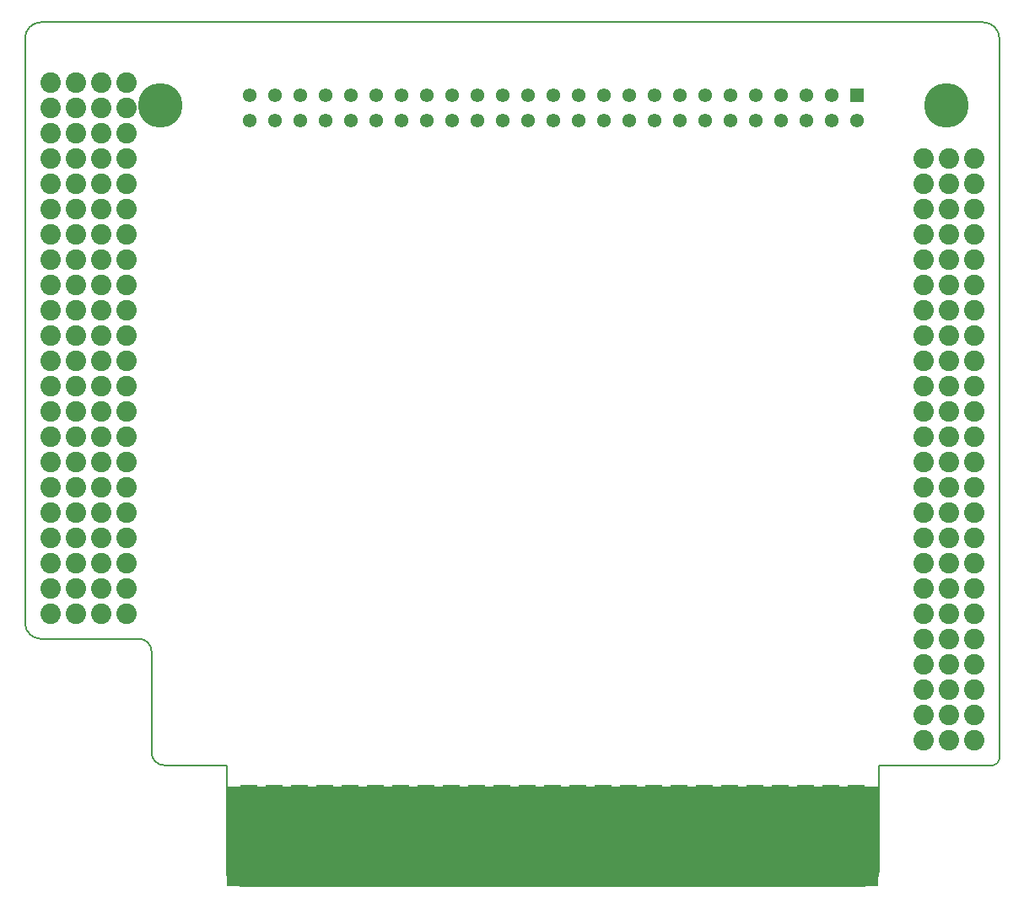
<source format=gbr>
G04 DesignSpark PCB PRO Gerber Version 10.0 Build 5299*
G04 #@! TF.Part,Single*
G04 #@! TF.FileFunction,Soldermask,Top*
G04 #@! TF.FilePolarity,Negative*
%FSLAX35Y35*%
%MOIN*%
G04 #@! TA.AperFunction,SMDPad,CuDef*
%ADD13R,0.06893X0.29728*%
%ADD12R,0.06893X0.35633*%
G04 #@! TA.AperFunction,ComponentPad*
%ADD124R,0.05450X0.05450*%
G04 #@! TD.AperFunction*
%ADD23C,0.00500*%
G04 #@! TA.AperFunction,ComponentPad*
%ADD125C,0.05450*%
G04 #@! TA.AperFunction,WasherPad*
%ADD10C,0.08074*%
%ADD123R,2.57639X0.39371*%
G04 #@! TA.AperFunction,ComponentPad*
%ADD126C,0.17600*%
G04 #@! TD.AperFunction*
X0Y0D02*
D02*
D10*
X67485Y117207D03*
Y127207D03*
Y137207D03*
Y147207D03*
Y157207D03*
Y167207D03*
Y177207D03*
Y187207D03*
Y197207D03*
Y207207D03*
Y217207D03*
Y227207D03*
Y237207D03*
Y247207D03*
Y257207D03*
Y267207D03*
Y277207D03*
Y287207D03*
Y297207D03*
Y307207D03*
Y317207D03*
Y327207D03*
X77485Y117207D03*
Y127207D03*
Y137207D03*
Y147207D03*
Y157207D03*
Y167207D03*
Y177207D03*
Y187207D03*
Y197207D03*
Y207207D03*
Y217207D03*
Y227207D03*
Y237207D03*
Y247207D03*
Y257207D03*
Y267207D03*
Y277207D03*
Y287207D03*
Y297207D03*
Y307207D03*
Y317207D03*
Y327207D03*
X87485Y117207D03*
Y127207D03*
Y137207D03*
Y147207D03*
Y157207D03*
Y167207D03*
Y177207D03*
Y187207D03*
Y197207D03*
Y207207D03*
Y217207D03*
Y227207D03*
Y237207D03*
Y247207D03*
Y257207D03*
Y267207D03*
Y277207D03*
Y287207D03*
Y297207D03*
Y307207D03*
Y317207D03*
Y327207D03*
X97485Y117207D03*
Y127207D03*
Y137207D03*
Y147207D03*
Y157207D03*
Y167207D03*
Y177207D03*
Y187207D03*
Y197207D03*
Y207207D03*
Y217207D03*
Y227207D03*
Y237207D03*
Y247207D03*
Y257207D03*
Y267207D03*
Y277207D03*
Y287207D03*
Y297207D03*
Y307207D03*
Y317207D03*
Y327207D03*
X412485Y67207D03*
Y77207D03*
Y87207D03*
Y97207D03*
Y107207D03*
Y117207D03*
Y127207D03*
Y137207D03*
Y147207D03*
Y157207D03*
Y167207D03*
Y177207D03*
Y187207D03*
Y197207D03*
Y207207D03*
Y217207D03*
Y227207D03*
Y237207D03*
Y247207D03*
Y257207D03*
Y267207D03*
Y277207D03*
Y287207D03*
Y297207D03*
X422485Y67207D03*
Y77207D03*
Y87207D03*
Y97207D03*
Y107207D03*
Y117207D03*
Y127207D03*
Y137207D03*
Y147207D03*
Y157207D03*
Y167207D03*
Y177207D03*
Y187207D03*
Y197207D03*
Y207207D03*
Y217207D03*
Y227207D03*
Y237207D03*
Y247207D03*
Y257207D03*
Y267207D03*
Y277207D03*
Y287207D03*
Y297207D03*
X432485Y67207D03*
Y77207D03*
Y87207D03*
Y97207D03*
Y107207D03*
Y117207D03*
Y127207D03*
Y137207D03*
Y147207D03*
Y157207D03*
Y167207D03*
Y177207D03*
Y187207D03*
Y197207D03*
Y207207D03*
Y217207D03*
Y227207D03*
Y237207D03*
Y247207D03*
Y257207D03*
Y267207D03*
Y277207D03*
Y287207D03*
Y297207D03*
D02*
D12*
X145989Y31616D03*
D03*
X155989D03*
D03*
X165989D03*
D03*
X175989D03*
X185989D03*
D03*
X195989D03*
D03*
X205989D03*
D03*
X215989D03*
D03*
X225989D03*
D03*
X235989D03*
D03*
X245989D03*
D03*
X255989D03*
D03*
X265989D03*
D03*
X275989D03*
D03*
X285989D03*
D03*
X295989D03*
D03*
X305989D03*
D03*
X315989D03*
D03*
X325989D03*
D03*
X335989D03*
D03*
X345989D03*
D03*
X355989D03*
D03*
X365989D03*
D03*
X375989D03*
D03*
X385989D03*
D03*
D02*
D13*
X175989Y34569D03*
D02*
D23*
X142450Y9569D02*
G75*
G02*
X137170Y14849I0J5280D01*
G01*
Y57207D01*
X112485D01*
G75*
G02*
X107485Y62207I0J5000D01*
G01*
Y102207D01*
G75*
G03*
X102485Y107207I-5000J0D01*
G01*
X63735D01*
G75*
G02*
X57485Y113457I0J6250D01*
G01*
Y344707D01*
G75*
G02*
X63735Y350957I6250J0D01*
G01*
X436235D01*
G75*
G02*
X442485Y344707I0J-6250D01*
G01*
Y59707D01*
G75*
G02*
X439985Y57207I-2500J0D01*
G01*
X394807D01*
Y15066D01*
G75*
G02*
X389310Y9569I-5497J0D01*
G01*
X142450D01*
D02*
D123*
X266005Y29254D03*
D02*
D124*
X386235Y322207D03*
D02*
D125*
X146235Y312207D03*
Y322207D03*
X156235Y312207D03*
Y322207D03*
X166235Y312207D03*
Y322207D03*
X176235Y312207D03*
Y322207D03*
X186235Y312207D03*
Y322207D03*
X196235Y312207D03*
Y322207D03*
X206235Y312207D03*
Y322207D03*
X216235Y312207D03*
Y322207D03*
X226235Y312207D03*
Y322207D03*
X236235Y312207D03*
Y322207D03*
X246235Y312207D03*
Y322207D03*
X256235Y312207D03*
Y322207D03*
X266235Y312207D03*
Y322207D03*
X276235Y312207D03*
Y322207D03*
X286235Y312207D03*
Y322207D03*
X296235Y312207D03*
Y322207D03*
X306235Y312207D03*
Y322207D03*
X316235Y312207D03*
Y322207D03*
X326235Y312207D03*
Y322207D03*
X336235Y312207D03*
Y322207D03*
X346235Y312207D03*
Y322207D03*
X356235Y312207D03*
Y322207D03*
X366235Y312207D03*
Y322207D03*
X376235Y312207D03*
Y322207D03*
X386235Y312207D03*
D02*
D126*
X111035Y318207D03*
X421435D03*
X0Y0D02*
M02*

</source>
